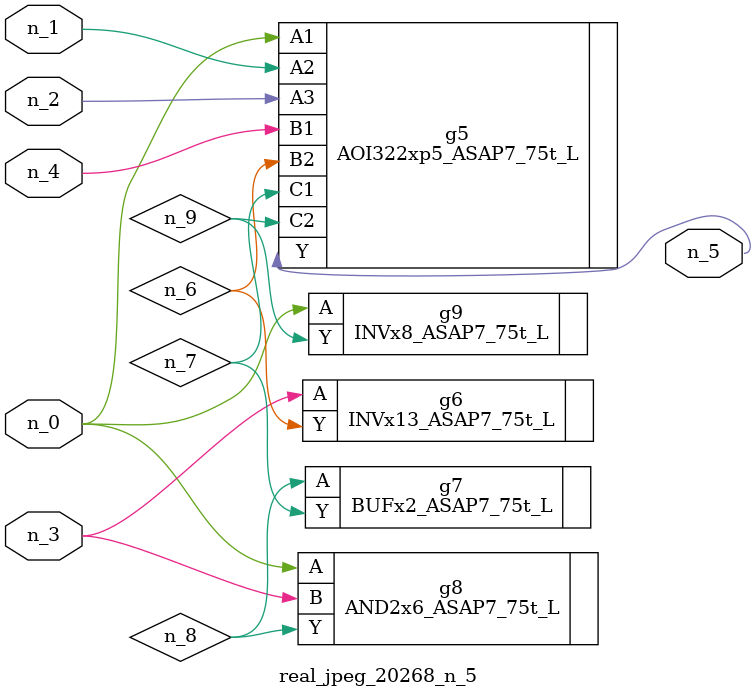
<source format=v>
module real_jpeg_20268_n_5 (n_4, n_0, n_1, n_2, n_3, n_5);

input n_4;
input n_0;
input n_1;
input n_2;
input n_3;

output n_5;

wire n_8;
wire n_6;
wire n_7;
wire n_9;

AOI322xp5_ASAP7_75t_L g5 ( 
.A1(n_0),
.A2(n_1),
.A3(n_2),
.B1(n_4),
.B2(n_6),
.C1(n_7),
.C2(n_9),
.Y(n_5)
);

AND2x6_ASAP7_75t_L g8 ( 
.A(n_0),
.B(n_3),
.Y(n_8)
);

INVx8_ASAP7_75t_L g9 ( 
.A(n_0),
.Y(n_9)
);

INVx13_ASAP7_75t_L g6 ( 
.A(n_3),
.Y(n_6)
);

BUFx2_ASAP7_75t_L g7 ( 
.A(n_8),
.Y(n_7)
);


endmodule
</source>
